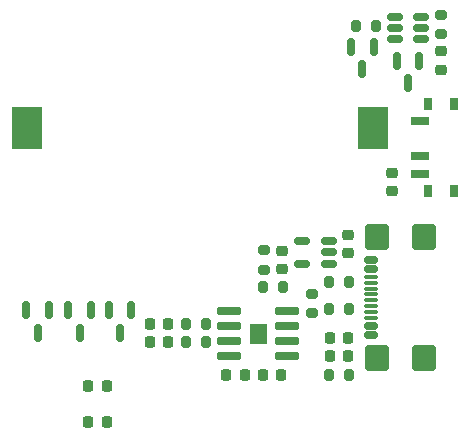
<source format=gbr>
%TF.GenerationSoftware,KiCad,Pcbnew,7.0.9*%
%TF.CreationDate,2024-01-07T17:51:15+01:00*%
%TF.ProjectId,K24LM1MA_veml7700_lightmeter,4b32344c-4d31-44d4-915f-76656d6c3737,rev?*%
%TF.SameCoordinates,Original*%
%TF.FileFunction,Paste,Bot*%
%TF.FilePolarity,Positive*%
%FSLAX46Y46*%
G04 Gerber Fmt 4.6, Leading zero omitted, Abs format (unit mm)*
G04 Created by KiCad (PCBNEW 7.0.9) date 2024-01-07 17:51:15*
%MOMM*%
%LPD*%
G01*
G04 APERTURE LIST*
G04 Aperture macros list*
%AMRoundRect*
0 Rectangle with rounded corners*
0 $1 Rounding radius*
0 $2 $3 $4 $5 $6 $7 $8 $9 X,Y pos of 4 corners*
0 Add a 4 corners polygon primitive as box body*
4,1,4,$2,$3,$4,$5,$6,$7,$8,$9,$2,$3,0*
0 Add four circle primitives for the rounded corners*
1,1,$1+$1,$2,$3*
1,1,$1+$1,$4,$5*
1,1,$1+$1,$6,$7*
1,1,$1+$1,$8,$9*
0 Add four rect primitives between the rounded corners*
20,1,$1+$1,$2,$3,$4,$5,0*
20,1,$1+$1,$4,$5,$6,$7,0*
20,1,$1+$1,$6,$7,$8,$9,0*
20,1,$1+$1,$8,$9,$2,$3,0*%
G04 Aperture macros list end*
%ADD10C,0.010000*%
%ADD11RoundRect,0.200000X-0.200000X-0.275000X0.200000X-0.275000X0.200000X0.275000X-0.200000X0.275000X0*%
%ADD12RoundRect,0.225000X0.250000X-0.225000X0.250000X0.225000X-0.250000X0.225000X-0.250000X-0.225000X0*%
%ADD13RoundRect,0.042000X0.943000X0.258000X-0.943000X0.258000X-0.943000X-0.258000X0.943000X-0.258000X0*%
%ADD14RoundRect,0.150000X-0.150000X0.587500X-0.150000X-0.587500X0.150000X-0.587500X0.150000X0.587500X0*%
%ADD15RoundRect,0.200000X0.200000X0.275000X-0.200000X0.275000X-0.200000X-0.275000X0.200000X-0.275000X0*%
%ADD16RoundRect,0.225000X0.225000X0.250000X-0.225000X0.250000X-0.225000X-0.250000X0.225000X-0.250000X0*%
%ADD17RoundRect,0.200000X-0.275000X0.200000X-0.275000X-0.200000X0.275000X-0.200000X0.275000X0.200000X0*%
%ADD18RoundRect,0.225000X-0.225000X-0.250000X0.225000X-0.250000X0.225000X0.250000X-0.225000X0.250000X0*%
%ADD19RoundRect,0.150000X-0.512500X-0.150000X0.512500X-0.150000X0.512500X0.150000X-0.512500X0.150000X0*%
%ADD20RoundRect,0.218750X0.218750X0.256250X-0.218750X0.256250X-0.218750X-0.256250X0.218750X-0.256250X0*%
%ADD21RoundRect,0.150000X-0.425000X0.150000X-0.425000X-0.150000X0.425000X-0.150000X0.425000X0.150000X0*%
%ADD22RoundRect,0.075000X-0.500000X0.075000X-0.500000X-0.075000X0.500000X-0.075000X0.500000X0.075000X0*%
%ADD23RoundRect,0.250000X-0.750000X0.840000X-0.750000X-0.840000X0.750000X-0.840000X0.750000X0.840000X0*%
%ADD24RoundRect,0.150000X0.512500X0.150000X-0.512500X0.150000X-0.512500X-0.150000X0.512500X-0.150000X0*%
%ADD25R,2.600000X3.600000*%
%ADD26RoundRect,0.200000X0.275000X-0.200000X0.275000X0.200000X-0.275000X0.200000X-0.275000X-0.200000X0*%
%ADD27R,0.800000X1.000000*%
%ADD28R,1.500000X0.700000*%
G04 APERTURE END LIST*
%TO.C,U1*%
D10*
X142504000Y-132011000D02*
X141214000Y-132011000D01*
X141214000Y-130371000D01*
X142504000Y-130371000D01*
X142504000Y-132011000D01*
G36*
X142504000Y-132011000D02*
G01*
X141214000Y-132011000D01*
X141214000Y-130371000D01*
X142504000Y-130371000D01*
X142504000Y-132011000D01*
G37*
%TD*%
D11*
%TO.C,R6*%
X147889000Y-129159000D03*
X149539000Y-129159000D03*
%TD*%
D12*
%TO.C,C12*%
X143896500Y-125743000D03*
X143896500Y-124193000D03*
%TD*%
D13*
%TO.C,U1*%
X144334000Y-129286000D03*
X144334000Y-130556000D03*
X144334000Y-131826000D03*
X144334000Y-133096000D03*
X139384000Y-133096000D03*
X139384000Y-131826000D03*
X139384000Y-130556000D03*
X139384000Y-129286000D03*
%TD*%
D14*
%TO.C,D1*%
X122240000Y-129237500D03*
X124140000Y-129237500D03*
X123190000Y-131112500D03*
%TD*%
D15*
%TO.C,R5*%
X137412000Y-131953000D03*
X135762000Y-131953000D03*
%TD*%
D16*
%TO.C,C14*%
X129045000Y-138684000D03*
X127495000Y-138684000D03*
%TD*%
D17*
%TO.C,R2*%
X157353000Y-104204000D03*
X157353000Y-105854000D03*
%TD*%
D16*
%TO.C,C13*%
X129045000Y-135636000D03*
X127495000Y-135636000D03*
%TD*%
D18*
%TO.C,C10*%
X147942000Y-133096000D03*
X149492000Y-133096000D03*
%TD*%
D14*
%TO.C,Q1*%
X153603500Y-108094500D03*
X155503500Y-108094500D03*
X154553500Y-109969500D03*
%TD*%
D16*
%TO.C,C6*%
X140729000Y-134747000D03*
X139179000Y-134747000D03*
%TD*%
D11*
%TO.C,R10*%
X142309500Y-127254000D03*
X143959500Y-127254000D03*
%TD*%
D19*
%TO.C,U2*%
X153416000Y-106299000D03*
X153416000Y-105349000D03*
X153416000Y-104399000D03*
X155691000Y-104399000D03*
X155691000Y-105349000D03*
X155691000Y-106299000D03*
%TD*%
D14*
%TO.C,Q2*%
X149733000Y-106934000D03*
X151633000Y-106934000D03*
X150683000Y-108809000D03*
%TD*%
D20*
%TO.C,D4*%
X134264500Y-131953000D03*
X132689500Y-131953000D03*
%TD*%
D21*
%TO.C,J5*%
X151384000Y-124943000D03*
X151384000Y-125743000D03*
D22*
X151384000Y-126893000D03*
X151384000Y-127893000D03*
X151384000Y-128393000D03*
X151384000Y-129393000D03*
D21*
X151384000Y-130543000D03*
X151384000Y-131343000D03*
X151384000Y-131343000D03*
X151384000Y-130543000D03*
D22*
X151384000Y-129893000D03*
X151384000Y-128893000D03*
X151384000Y-127393000D03*
X151384000Y-126393000D03*
D21*
X151384000Y-125743000D03*
X151384000Y-124943000D03*
D23*
X155889000Y-123033000D03*
X151959000Y-123033000D03*
X155889000Y-133253000D03*
X151959000Y-133253000D03*
%TD*%
D15*
%TO.C,R4*%
X137412000Y-130429000D03*
X135762000Y-130429000D03*
%TD*%
D24*
%TO.C,U3*%
X147822500Y-123383000D03*
X147822500Y-124333000D03*
X147822500Y-125283000D03*
X145547500Y-125283000D03*
X145547500Y-123383000D03*
%TD*%
D12*
%TO.C,C7*%
X153162000Y-119139000D03*
X153162000Y-117589000D03*
%TD*%
D15*
%TO.C,R3*%
X151828000Y-105156000D03*
X150178000Y-105156000D03*
%TD*%
D11*
%TO.C,R7*%
X147889000Y-126873000D03*
X149539000Y-126873000D03*
%TD*%
D12*
%TO.C,C11*%
X149484500Y-124407000D03*
X149484500Y-122857000D03*
%TD*%
D25*
%TO.C,BT1*%
X151556000Y-113792000D03*
X122256000Y-113792000D03*
%TD*%
D12*
%TO.C,C9*%
X157347500Y-108852000D03*
X157347500Y-107302000D03*
%TD*%
D20*
%TO.C,FB1*%
X149504500Y-131572000D03*
X147929500Y-131572000D03*
%TD*%
%TO.C,D5*%
X134264500Y-130429000D03*
X132689500Y-130429000D03*
%TD*%
D11*
%TO.C,R8*%
X147892000Y-134747000D03*
X149542000Y-134747000D03*
%TD*%
D18*
%TO.C,C8*%
X142238250Y-134747000D03*
X143788250Y-134747000D03*
%TD*%
D14*
%TO.C,D2*%
X125796000Y-129237500D03*
X127696000Y-129237500D03*
X126746000Y-131112500D03*
%TD*%
D26*
%TO.C,R1*%
X146431000Y-129476000D03*
X146431000Y-127826000D03*
%TD*%
D27*
%TO.C,SW6*%
X158435000Y-111793000D03*
X156225000Y-111793000D03*
X158435000Y-119093000D03*
X156225000Y-119093000D03*
D28*
X155575000Y-113193000D03*
X155575000Y-116193000D03*
X155575000Y-117693000D03*
%TD*%
D26*
%TO.C,R9*%
X142372500Y-125793000D03*
X142372500Y-124143000D03*
%TD*%
D14*
%TO.C,D3*%
X129225000Y-129237500D03*
X131125000Y-129237500D03*
X130175000Y-131112500D03*
%TD*%
M02*

</source>
